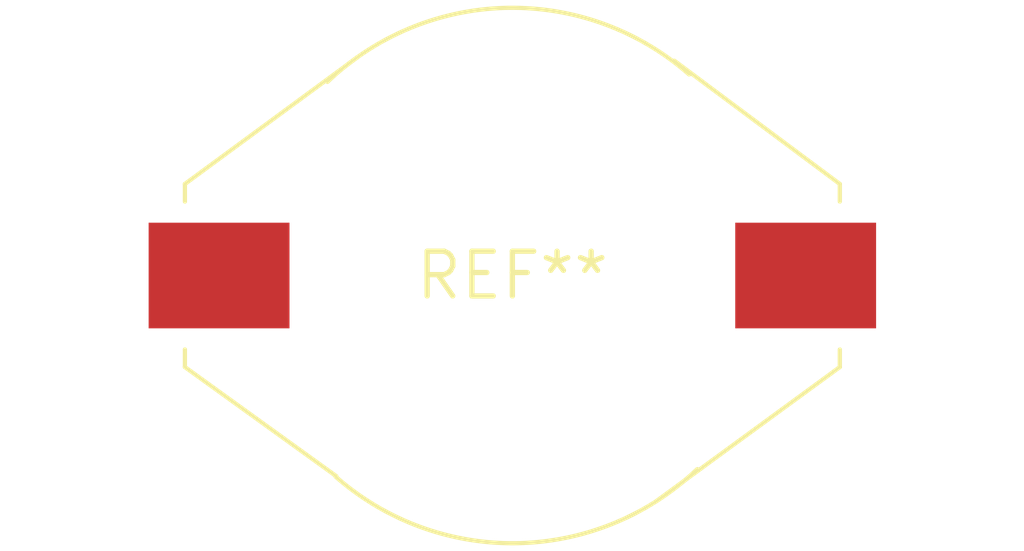
<source format=kicad_pcb>
(kicad_pcb (version 20240108) (generator pcbnew)
  (layers (0 "F.Cu" signal) (31 "B.Cu" signal) (34 "B.Paste" user) (35 "F.Paste" user) (36 "B.SilkS" user "B.Silkscreen") (37 "F.SilkS" user "F.Silkscreen") (38 "B.Mask" user) (39 "F.Mask" user) (44 "Edge.Cuts" user))
  (net 0 "")
  (footprint "L_Fastron_PISR_Handsoldering" (layer "F.Cu") (at 0 0)
    (property "Reference" "REF**")
    (property "Value" "L_Fastron_PISR_Handsoldering")
    (fp_line (start -9.3 -2.6) (end -9.3 -2.1) (layer "F.SilkS") (stroke (width 0.12)))
    (fp_line (start -9.3 -2.6) (end -4.4 -6.2) (layer "F.SilkS") (stroke (width 0.12)))
    (fp_line (start -9.3 2.6) (end -9.3 2.1) (layer "F.SilkS") (stroke (width 0.12)))
    (fp_line (start -5 5.7) (end -9.3 2.6) (layer "F.SilkS") (stroke (width 0.12)))
    (fp_line (start 4.1 6.4) (end 9.3 2.6) (layer "F.SilkS") (stroke (width 0.12)))
    (fp_line (start 4.6 -6.1) (end 9.3 -2.6) (layer "F.SilkS") (stroke (width 0.12)))
    (fp_line (start 9.3 -2.6) (end 9.3 -2.1) (layer "F.SilkS") (stroke (width 0.12)))
    (fp_line (start 9.3 2.6) (end 9.3 2.1) (layer "F.SilkS") (stroke (width 0.12)))
    (fp_arc (start -5.25 -5.5) (mid -0.15496 -7.601874) (end 5.021503 -5.709379) (layer "F.SilkS") (stroke (width 0.12)))
    (fp_arc (start 5.25 5.5) (mid 0.15496 7.601874) (end -5.021503 5.709379) (layer "F.SilkS") (stroke (width 0.12)))
    (pad "1" smd rect (at 8.33 0) (size 4 3) (layers "F.Cu" "F.Paste" "F.Mask"))
    (pad "2" smd rect (at -8.33 0) (size 4 3) (layers "F.Cu" "F.Paste" "F.Mask"))
  )
)
</source>
